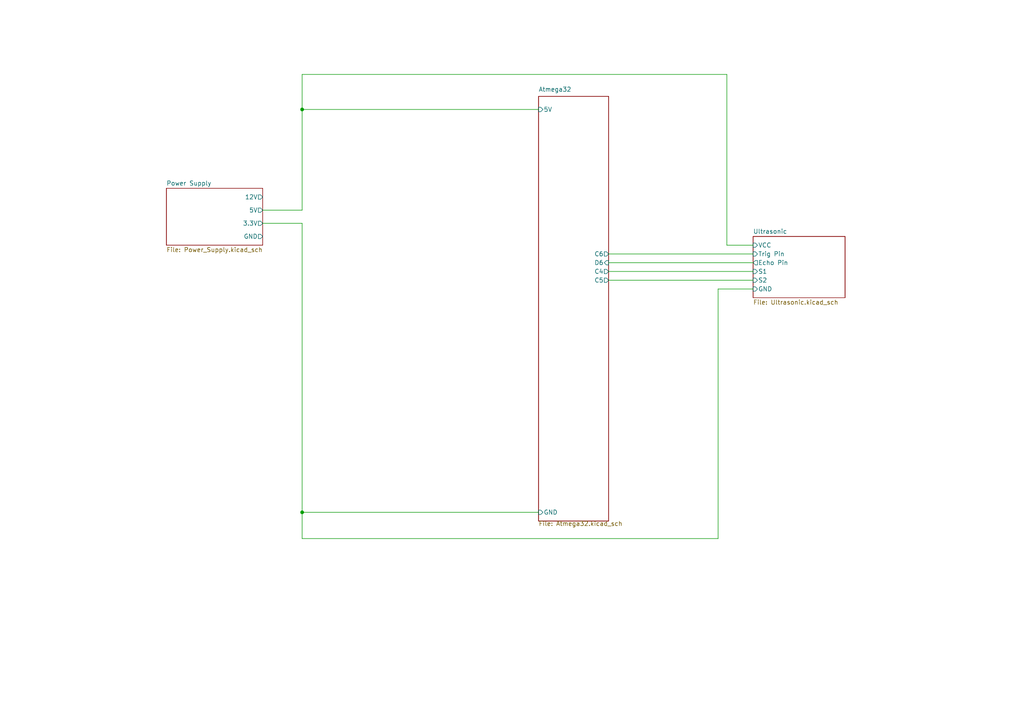
<source format=kicad_sch>
(kicad_sch (version 20211123) (generator eeschema)
  (paper "A4")
  (lib_symbols)
  (junction (at 87.63 148.59))
  (junction (at 87.63 31.75))
  (wire (pts (xy 208.28 83.82) (xy 208.28 156.21)))
  (wire (pts (xy 210.82 21.59) (xy 210.82 71.12)))
  (wire (pts (xy 76.2 64.77) (xy 87.63 64.77)))
  (wire (pts (xy 218.44 71.12) (xy 210.82 71.12)))
  (wire (pts (xy 176.53 78.74) (xy 218.44 78.74)))
  (wire (pts (xy 87.63 148.59) (xy 87.63 156.21)))
  (wire (pts (xy 208.28 83.82) (xy 218.44 83.82)))
  (wire (pts (xy 76.2 60.96) (xy 87.63 60.96)))
  (wire (pts (xy 87.63 156.21) (xy 208.28 156.21)))
  (wire (pts (xy 87.63 31.75) (xy 156.21 31.75)))
  (wire (pts (xy 87.63 31.75) (xy 87.63 21.59)))
  (wire (pts (xy 176.53 73.66) (xy 218.44 73.66)))
  (wire (pts (xy 87.63 21.59) (xy 210.82 21.59)))
  (wire (pts (xy 176.53 76.2) (xy 218.44 76.2)))
  (wire (pts (xy 87.63 148.59) (xy 156.21 148.59)))
  (wire (pts (xy 176.53 81.28) (xy 218.44 81.28)))
  (wire (pts (xy 87.63 31.75) (xy 87.63 60.96)))
  (wire (pts (xy 87.63 64.77) (xy 87.63 148.59)))
  (sheet (at 218.44 68.58) (size 26.67 17.78) (stroke (width 0.1524))
    (property "Sheet name" "Ultrasonic" (at 218.44 67.8684 0) (effects (justify left bottom)))
    (property "Sheet file" "Ultrasonic.kicad_sch" (at 218.44 86.9446 0) (effects (justify left top)))
    (pin "VCC" input (at 218.44 71.12 180))
    (pin "GND" input (at 218.44 83.82 180))
    (pin "S2" input (at 218.44 81.28 180))
    (pin "Trig Pin" input (at 218.44 73.66 180))
    (pin "S1" input (at 218.44 78.74 180))
    (pin "Echo Pin" output (at 218.44 76.2 180))
  )
  (sheet (at 156.21 27.94) (size 20.32 123.19) (stroke (width 0.1524))
    (property "Sheet name" "Atmega32" (at 156.21 26.67 0) (effects (justify left bottom)))
    (property "Sheet file" "Atmega32.kicad_sch" (at 156.21 151.13 0) (effects (justify left top)))
    (pin "5V" input (at 156.21 31.75 180))
    (pin "GND" input (at 156.21 148.59 180))
    (pin "D6" input (at 176.53 76.2 0))
    (pin "C4" output (at 176.53 78.74 0))
    (pin "C5" output (at 176.53 81.28 0))
    (pin "C6" output (at 176.53 73.66 0))
  )
  (sheet (at 48.26 54.61) (size 27.94 16.51) (stroke (width 0.1524))
    (property "Sheet name" "Power Supply" (at 48.26 53.8984 0) (effects (justify left bottom)))
    (property "Sheet file" "Power_Supply.kicad_sch" (at 48.26 71.7046 0) (effects (justify left top)))
    (pin "GND" output (at 76.2 68.58 0))
    (pin "5V" output (at 76.2 60.96 0))
    (pin "3.3V" output (at 76.2 64.77 0))
    (pin "12V" output (at 76.2 57.15 0))
  )
)
</source>
